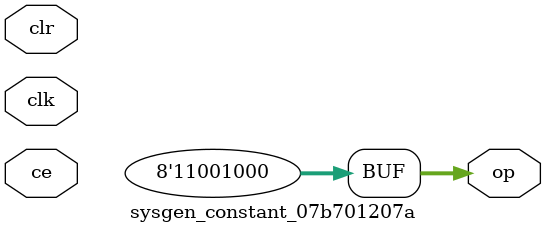
<source format=v>
module sysgen_constant_07b701207a (
  output [(8 - 1):0] op,
  input clk,
  input ce,
  input clr);
  assign op = 8'b11001000;
endmodule
</source>
